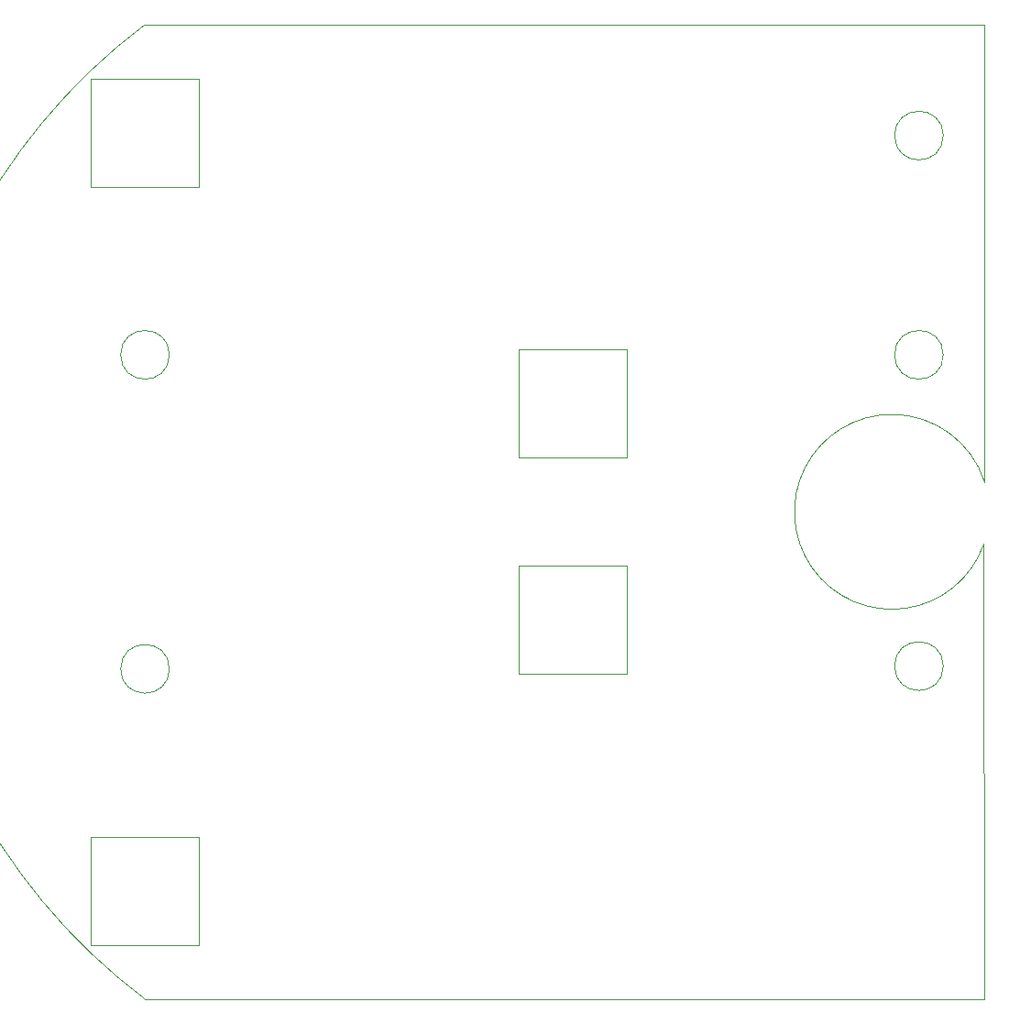
<source format=gbr>
%TF.GenerationSoftware,KiCad,Pcbnew,7.0.8*%
%TF.CreationDate,2024-03-30T21:38:39+07:00*%
%TF.ProjectId,2wd_control_pcbway,3277645f-636f-46e7-9472-6f6c5f706362,rev?*%
%TF.SameCoordinates,Original*%
%TF.FileFunction,Profile,NP*%
%FSLAX46Y46*%
G04 Gerber Fmt 4.6, Leading zero omitted, Abs format (unit mm)*
G04 Created by KiCad (PCBNEW 7.0.8) date 2024-03-30 21:38:39*
%MOMM*%
%LPD*%
G01*
G04 APERTURE LIST*
%TA.AperFunction,Profile*%
%ADD10C,0.100000*%
%TD*%
G04 APERTURE END LIST*
D10*
X214313000Y-72729618D02*
G75*
G03*
X205750000Y-66500001I-8563000J-2770382D01*
G01*
X205750000Y-66500001D02*
G75*
G03*
X214236912Y-78495381I0J-8999999D01*
G01*
X214250000Y-30500000D02*
X204500000Y-30500000D01*
X214313000Y-72729618D02*
X214250000Y-30500000D01*
X171250000Y-60500000D02*
X181250000Y-60500000D01*
X181250000Y-70500000D01*
X171250000Y-70500000D01*
X171250000Y-60500000D01*
X214250000Y-120500000D02*
X214236912Y-78495381D01*
X131750000Y-35500000D02*
X141750000Y-35500000D01*
X141750000Y-45500000D01*
X131750000Y-45500000D01*
X131750000Y-35500000D01*
X210500000Y-61000000D02*
G75*
G03*
X210500000Y-61000000I-2250000J0D01*
G01*
X204500000Y-120500000D02*
X136750000Y-120500000D01*
X204500000Y-120500000D02*
X214250000Y-120500000D01*
X210500000Y-40750000D02*
G75*
G03*
X210500000Y-40750000I-2250000J0D01*
G01*
X136750000Y-30500000D02*
X204500000Y-30500000D01*
X131750000Y-105500000D02*
X141750000Y-105500000D01*
X141750000Y-115500000D01*
X131750000Y-115500000D01*
X131750000Y-105500000D01*
X139000000Y-61000000D02*
G75*
G03*
X139000000Y-61000000I-2250000J0D01*
G01*
X136750001Y-30500002D02*
G75*
G03*
X136750001Y-120499998I33874999J-44999998D01*
G01*
X139000000Y-90000000D02*
G75*
G03*
X139000000Y-90000000I-2250000J0D01*
G01*
X210500000Y-89750000D02*
G75*
G03*
X210500000Y-89750000I-2250000J0D01*
G01*
X171250000Y-80500000D02*
X181250000Y-80500000D01*
X181250000Y-90500000D01*
X171250000Y-90500000D01*
X171250000Y-80500000D01*
M02*

</source>
